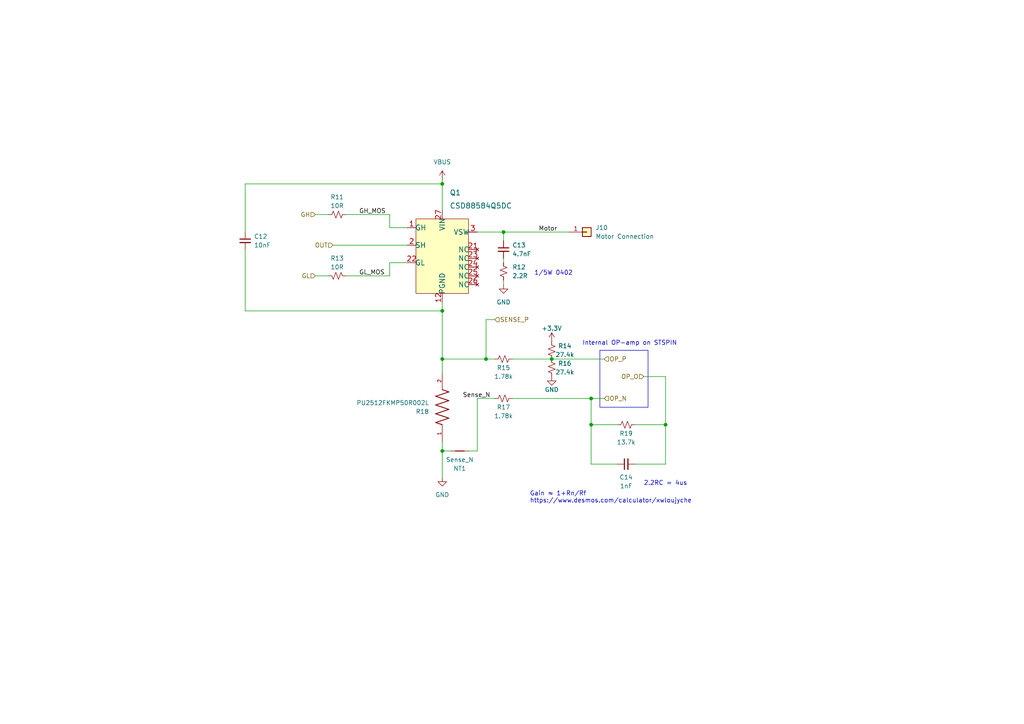
<source format=kicad_sch>
(kicad_sch (version 20230121) (generator eeschema)
  (paper "A4")
  (title_block (title "Ø32 BLDC Motor Controller") (date "2023-12-26") (rev "3") (company "Christopher Xu"))
  (lib_symbols
    (symbol "Connector_Generic:Conn_01x01" (pin_names (offset 1.016) hide)
      (property "Reference" "J" (at 0 2.54 0))
      (property "Value" "Conn_01x01" (at 0 -2.54 0))
      (symbol "Conn_01x01_1_1"
        (rectangle (start -1.27 0.127) (end 0 -0.127) (stroke (width 0.1524)))
        (rectangle (start -1.27 1.27) (end 1.27 -1.27) (stroke (width 0.254)) (fill (type background)))
        (pin passive line (at -5.08 0 0) (length 3.81) (name "Pin_1") (number "1"))
      )
    )
    (symbol "Device:C_Small" (pin_numbers hide) (pin_names (offset 0.254) hide)
      (property "Reference" "C" (at 0.254 1.778 0))
      (property "Value" "C_Small" (at 0.254 -2.032 0))
      (symbol "C_Small_0_1"
        (polyline (pts (xy -1.524 -0.508) (xy 1.524 -0.508)) (stroke (width 0.3302)))
        (polyline (pts (xy -1.524 0.508) (xy 1.524 0.508)) (stroke (width 0.3048)))
      )
      (symbol "C_Small_1_1"
        (pin passive line (at 0 2.54 270) (length 2.032) (name "~") (number "1"))
        (pin passive line (at 0 -2.54 90) (length 2.032) (name "~") (number "2"))
      )
    )
    (symbol "Device:NetTie_2" (pin_numbers hide) (pin_names (offset 0) hide) (in_bom no)
      (property "Reference" "NT" (at 0 1.27 0))
      (property "Value" "NetTie_2" (at 0 -1.27 0))
      (symbol "NetTie_2_0_1"
        (polyline (pts (xy -1.27 0) (xy 1.27 0)) (stroke (width 0.254)))
      )
      (symbol "NetTie_2_1_1"
        (pin passive line (at -2.54 0 0) (length 2.54) (name "1") (number "1"))
        (pin passive line (at 2.54 0 180) (length 2.54) (name "2") (number "2"))
      )
    )
    (symbol "Device:R_Small_US" (pin_numbers hide) (pin_names (offset 0.254) hide)
      (property "Reference" "R" (at 0.762 0.508 0))
      (property "Value" "R_Small_US" (at 0.762 -1.016 0))
      (symbol "R_Small_US_1_1"
        (polyline (pts (xy 0 0) (xy 1.016 -0.381) (xy 0 -0.762) (xy -1.016 -1.143) (xy 0 -1.524)))
        (polyline (pts (xy 0 1.524) (xy 1.016 1.143) (xy 0 0.762) (xy -1.016 0.381) (xy 0 0)))
        (pin passive line (at 0 2.54 270) (length 1.016) (name "~") (number "1"))
        (pin passive line (at 0 -2.54 90) (length 1.016) (name "~") (number "2"))
      )
    )
    (symbol "O32controller:CSD88584Q5DCT" (pin_names (offset -0.254))
      (property "Reference" "Q" (at 0 0 0))
      (property "Value" "CSD88584Q5DCT" (at 0 -31.75 0))
      (property "Datasheet" "https://www.ti.com/lit/ds/symlink/csd88584q5dc.pdf" (at 0 -35.56 0))
      (symbol "CSD88584Q5DCT_0_1"
        (rectangle (start -7.62 7.62) (end 7.62 -13.97) (fill (type background)))
      )
      (symbol "CSD88584Q5DCT_1_1"
        (pin input line (at -10.16 5.08 0) (length 2.54) (name "GH") (number "1"))
        (pin power_out line (at 0 -16.51 90) (length 2.54) (name "PGND") (number "12"))
        (pin output line (at -10.16 0 0) (length 2.54) (name "SH") (number "2"))
        (pin no_connect line (at 10.16 -1.27 180) (length 2.54) (name "NC") (number "21"))
        (pin input line (at -10.16 -5.08 0) (length 2.54) (name "GL") (number "22"))
        (pin no_connect line (at 10.16 -3.81 180) (length 2.54) (name "NC") (number "23"))
        (pin no_connect line (at 10.16 -6.35 180) (length 2.54) (name "NC") (number "24"))
        (pin no_connect line (at 10.16 -8.89 180) (length 2.54) (name "NC") (number "25"))
        (pin no_connect line (at 10.16 -11.43 180) (length 2.54) (name "NC") (number "26"))
        (pin power_in line (at 0 10.16 270) (length 2.54) (name "VIN") (number "27"))
        (pin output line (at 10.16 3.81 180) (length 2.54) (name "VSW") (number "3"))
      )
    )
    (symbol "O32controller:WFCP06124L000FE66" (pin_names (offset 1.016))
      (property "Reference" "R" (at -7.6244 2.5415 0))
      (property "Value" "WFCP06124L000FE66" (at -7.63 -5.0866 0))
      (symbol "WFCP06124L000FE66_0_0"
        (polyline (pts (xy -5.08 0) (xy -4.445 1.905)) (stroke (width 0.254)))
        (polyline (pts (xy -4.445 1.905) (xy -3.175 -1.905)) (stroke (width 0.254)))
        (polyline (pts (xy -3.175 -1.905) (xy -1.905 1.905)) (stroke (width 0.254)))
        (polyline (pts (xy -1.905 1.905) (xy -0.635 -1.905)) (stroke (width 0.254)))
        (polyline (pts (xy -0.635 -1.905) (xy 0.635 1.905)) (stroke (width 0.254)))
        (polyline (pts (xy 0.635 1.905) (xy 1.905 -1.905)) (stroke (width 0.254)))
        (polyline (pts (xy 1.905 -1.905) (xy 3.175 1.905)) (stroke (width 0.254)))
        (polyline (pts (xy 3.175 1.905) (xy 4.445 -1.905)) (stroke (width 0.254)))
        (polyline (pts (xy 4.445 -1.905) (xy 5.08 0)) (stroke (width 0.254)))
        (pin passive line (at -10.16 0 0) (length 5.08) (name "~") (number "1"))
        (pin passive line (at 10.16 0 180) (length 5.08) (name "~") (number "2"))
      )
    )
    (symbol "power:+3.3V" (power) (pin_names (offset 0))
      (property "Value" "+3.3V" (at 0 3.556 0))
      (symbol "+3.3V_0_1"
        (polyline (pts (xy -0.762 1.27) (xy 0 2.54)))
        (polyline (pts (xy 0 0) (xy 0 2.54)))
        (polyline (pts (xy 0 2.54) (xy 0.762 1.27)))
      )
      (symbol "+3.3V_1_1"
        (pin power_in line (at 0 0 90) (length 0) hide (name "+3.3V") (number "1"))
      )
    )
    (symbol "power:GND" (power) (pin_names (offset 0))
      (property "Value" "GND" (at 0 -3.81 0))
      (symbol "GND_0_1"
        (polyline (pts (xy 0 0) (xy 0 -1.27) (xy 1.27 -1.27) (xy 0 -2.54) (xy -1.27 -1.27) (xy 0 -1.27)))
      )
      (symbol "GND_1_1"
        (pin power_in line (at 0 0 270) (length 0) hide (name "GND") (number "1"))
      )
    )
    (symbol "power:VBUS" (power) (pin_names (offset 0))
      (property "Value" "VBUS" (at 0 3.81 0))
      (symbol "VBUS_0_1"
        (polyline (pts (xy -0.762 1.27) (xy 0 2.54)))
        (polyline (pts (xy 0 0) (xy 0 2.54)))
        (polyline (pts (xy 0 2.54) (xy 0.762 1.27)))
      )
      (symbol "VBUS_1_1"
        (pin power_in line (at 0 0 90) (length 0) hide (name "VBUS") (number "1"))
      )
    )
  )
  (junction (at 128.27 104.14))
  (junction (at 171.45 115.57))
  (junction (at 128.27 90.17))
  (junction (at 171.45 123.19))
  (junction (at 140.97 104.14))
  (junction (at 146.05 67.31))
  (junction (at 128.27 130.81))
  (junction (at 160.02 104.14))
  (junction (at 193.04 123.19))
  (junction (at 128.27 53.34))
  (wire (pts (xy 148.59 115.57) (xy 171.45 115.57)))
  (wire (pts (xy 179.07 123.19) (xy 171.45 123.19)))
  (wire (pts (xy 138.43 67.31) (xy 146.05 67.31)))
  (wire (pts (xy 193.04 134.62) (xy 193.04 123.19)))
  (wire (pts (xy 128.27 90.17) (xy 128.27 104.14)))
  (wire (pts (xy 184.15 134.62) (xy 193.04 134.62)))
  (wire (pts (xy 171.45 115.57) (xy 171.45 123.19)))
  (wire (pts (xy 140.97 104.14) (xy 143.51 104.14)))
  (wire (pts (xy 128.27 128.27) (xy 128.27 130.81)))
  (wire (pts (xy 184.15 123.19) (xy 193.04 123.19)))
  (polyline (pts (xy 173.99 101.6) (xy 187.96 101.6)))
  (wire (pts (xy 138.43 115.57) (xy 138.43 130.81)))
  (wire (pts (xy 148.59 104.14) (xy 160.02 104.14)))
  (wire (pts (xy 128.27 53.34) (xy 128.27 60.96)))
  (wire (pts (xy 113.03 76.2) (xy 113.03 80.01)))
  (wire (pts (xy 128.27 130.81) (xy 128.27 138.43)))
  (wire (pts (xy 171.45 134.62) (xy 171.45 123.19)))
  (wire (pts (xy 146.05 67.31) (xy 165.1 67.31)))
  (wire (pts (xy 118.11 76.2) (xy 113.03 76.2)))
  (wire (pts (xy 171.45 115.57) (xy 175.26 115.57)))
  (wire (pts (xy 113.03 80.01) (xy 100.33 80.01)))
  (wire (pts (xy 193.04 109.22) (xy 193.04 123.19)))
  (wire (pts (xy 128.27 52.07) (xy 128.27 53.34)))
  (wire (pts (xy 140.97 92.71) (xy 140.97 104.14)))
  (wire (pts (xy 71.12 90.17) (xy 71.12 72.39)))
  (wire (pts (xy 160.02 104.14) (xy 175.26 104.14)))
  (wire (pts (xy 118.11 66.04) (xy 113.03 66.04)))
  (wire (pts (xy 91.44 80.01) (xy 95.25 80.01)))
  (wire (pts (xy 143.51 92.71) (xy 140.97 92.71)))
  (wire (pts (xy 71.12 67.31) (xy 71.12 53.34)))
  (wire (pts (xy 128.27 130.81) (xy 130.81 130.81)))
  (wire (pts (xy 146.05 74.93) (xy 146.05 76.2)))
  (wire (pts (xy 113.03 66.04) (xy 113.03 62.23)))
  (polyline (pts (xy 173.99 101.6) (xy 173.99 118.11)))
  (wire (pts (xy 179.07 134.62) (xy 171.45 134.62)))
  (wire (pts (xy 138.43 115.57) (xy 143.51 115.57)))
  (wire (pts (xy 96.5754 71.12) (xy 118.11 71.12)))
  (wire (pts (xy 146.05 82.55) (xy 146.05 81.28)))
  (wire (pts (xy 193.04 109.22) (xy 186.69 109.22)))
  (wire (pts (xy 128.27 87.63) (xy 128.27 90.17)))
  (polyline (pts (xy 187.96 118.11) (xy 187.96 101.6)))
  (wire (pts (xy 128.27 104.14) (xy 128.27 107.95)))
  (wire (pts (xy 91.44 62.23) (xy 95.25 62.23)))
  (wire (pts (xy 128.27 90.17) (xy 71.12 90.17)))
  (wire (pts (xy 128.27 104.14) (xy 140.97 104.14)))
  (polyline (pts (xy 173.99 118.11) (xy 187.96 118.11)))
  (wire (pts (xy 138.43 130.81) (xy 135.89 130.81)))
  (wire (pts (xy 71.12 53.34) (xy 128.27 53.34)))
  (wire (pts (xy 100.33 62.23) (xy 113.03 62.23)))
  (wire (pts (xy 146.05 69.85) (xy 146.05 67.31)))
  (text "Internal OP-amp on STSPIN" (at 168.91 100.33 0) (effects (font (size 1.27 1.27)) (justify left bottom)))
  (text "2.2RC = 4us" (at 186.69 140.97 0) (effects (font (size 1.27 1.27)) (justify left bottom)))
  (text "Gain ≈ 1+Rn/Rf\nhttps://www.desmos.com/calculator/xwloujyche" (at 153.67 146.05 0) (effects (font (size 1.27 1.27)) (justify left bottom)))
  (text "1/5W 0402\n" (at 154.94 80.01 0) (effects (font (size 1.27 1.27)) (justify left bottom)))
  (label "Sense_N" (at 142.24 115.57 180))
  (label "Motor" (at 156.21 67.31 0))
  (label "GL_MOS" (at 104.14 80.01 0))
  (label "GH_MOS" (at 104.14 62.23 0))
  (hierarchical_label "GL" (shape input) (at 91.44 80.01 180))
  (hierarchical_label "OP_P" (shape input) (at 175.26 104.14 0))
  (hierarchical_label "OP_O" (shape input) (at 186.69 109.22 180))
  (hierarchical_label "OP_N" (shape input) (at 175.26 115.57 0))
  (hierarchical_label "SENSE_P" (shape input) (at 143.51 92.71 0))
  (hierarchical_label "GH" (shape input) (at 91.44 62.23 180))
  (hierarchical_label "OUT" (shape input) (at 96.5754 71.12 180))
  (symbol (lib_id "Device:R_Small_US") (at 146.05 104.14 90) (unit 1)
    (property "Reference" "R15" (at 146.05 106.68 90))
    (property "Value" "1.78k" (at 146.05 109.22 90))
    (property "Footprint" "Resistor_SMD:R_0402_1005Metric" (effects hide))
    (property "Vendor" "LCSC" (effects hide))
    (property "Vendor#" "C185450" (effects hide))
    (property "MPN" "RC0402FR-071K78L " (effects hide))
    (instances (project "O32controller" (path "" (reference "R15") (unit 1)) (path "" (reference "R24") (unit 1)) (path "" (reference "R33") (unit 1))))
  )
  (symbol (lib_id "Device:R_Small_US") (at 97.79 80.01 270) (mirror x) (unit 1)
    (property "Reference" "R13" (at 97.79 74.93 90))
    (property "Value" "10R" (at 97.79 77.47 90))
    (property "Footprint" "Resistor_SMD:R_0402_1005Metric" (effects hide))
    (property "Vendor" "LCSC" (effects hide))
    (property "Vendor#" "C854481" (effects hide))
    (property "MPN" "SR0402FR-7T10RL" (effects hide))
    (instances (project "O32controller" (path "" (reference "R13") (unit 1)) (path "" (reference "R22") (unit 1)) (path "" (reference "R31") (unit 1))))
  )
  (symbol (lib_id "power:VBUS") (at 128.27 52.07 0) (unit 1)
    (property "Reference" "#PWR037" (effects hide))
    (property "Value" "VBUS" (at 128.27 46.99 0))
    (instances (project "O32controller" (path "" (reference "#PWR037") (unit 1)) (path "" (reference "#PWR042") (unit 1)) (path "" (reference "#PWR047") (unit 1))))
  )
  (symbol (lib_id "Device:R_Small_US") (at 146.05 78.74 0) (unit 1)
    (property "Reference" "R12" (at 148.59 77.47 0) (effects (justify left)))
    (property "Value" "2.2R" (at 148.59 80.01 0) (effects (justify left)))
    (property "Footprint" "Resistor_SMD:R_0402_1005Metric" (effects hide))
    (property "Vendor" "LCSC" (effects hide))
    (property "Vendor#" "C2079158" (effects hide))
    (property "MPN" "CRCW04022R20JNEDHP" (effects hide))
    (instances (project "O32controller" (path "" (reference "R12") (unit 1)) (path "" (reference "R21") (unit 1)) (path "" (reference "R30") (unit 1))))
  )
  (symbol (lib_id "power:GND") (at 128.27 138.43 0) (unit 1)
    (property "Reference" "#PWR041" (effects hide))
    (property "Value" "GND" (at 128.27 143.51 0))
    (instances (project "O32controller" (path "" (reference "#PWR041") (unit 1)) (path "" (reference "#PWR046") (unit 1)) (path "" (reference "#PWR051") (unit 1))))
  )
  (symbol (lib_id "Device:NetTie_2") (at 133.35 130.81 180) (unit 1) (in_bom no)
    (property "Reference" "NT1" (at 133.35 135.89 0))
    (property "Value" "Sense_N" (at 133.35 133.35 0))
    (property "Footprint" "O32controller:NetTie-2_SMD_Pad0.25mm" (effects hide))
    (instances (project "O32controller" (path "" (reference "NT1") (unit 1)) (path "" (reference "NT2") (unit 1)) (path "" (reference "NT3") (unit 1))))
  )
  (symbol (lib_id "Device:C_Small") (at 146.05 72.39 0) (unit 1)
    (property "Reference" "C13" (at 148.59 71.12 0) (effects (justify left)))
    (property "Value" "4.7nF" (at 148.59 73.6662 0) (effects (justify left)))
    (property "Footprint" "Capacitor_SMD:C_0402_1005Metric" (effects hide))
    (property "Vendor" "LCSC" (effects hide))
    (property "Vendor#" "C415704" (effects hide))
    (property "MPN" "GRM155R72A472KA01D" (effects hide))
    (instances (project "O32controller" (path "" (reference "C13") (unit 1)) (path "" (reference "C16") (unit 1)) (path "" (reference "C19") (unit 1))))
  )
  (symbol (lib_id "power:+3.3V") (at 160.02 99.06 0) (unit 1)
    (property "Reference" "#PWR039" (effects hide))
    (property "Value" "+3.3V" (at 160.02 95.25 0))
    (instances (project "O32controller" (path "" (reference "#PWR039") (unit 1)) (path "" (reference "#PWR044") (unit 1)) (path "" (reference "#PWR049") (unit 1))))
  )
  (symbol (lib_id "Device:C_Small") (at 71.12 69.85 0) (unit 1)
    (property "Reference" "C12" (at 73.66 68.5862 0) (effects (justify left)))
    (property "Value" "10nF" (at 73.66 71.1262 0) (effects (justify left)))
    (property "Footprint" "Capacitor_SMD:C_0402_1005Metric" (effects hide))
    (property "Vendor" "LCSC" (effects hide))
    (property "Vendor#" "C15195" (effects hide))
    (property "MPN" "CL05B103KB5NNNC" (effects hide))
    (instances (project "O32controller" (path "" (reference "C12") (unit 1)) (path "" (reference "C15") (unit 1)) (path "" (reference "C18") (unit 1))))
  )
  (symbol (lib_id "Device:R_Small_US") (at 160.02 101.6 180) (unit 1)
    (property "Reference" "R14" (at 163.83 100.33 0))
    (property "Value" "27.4k" (at 163.83 102.87 0))
    (property "Footprint" "Resistor_SMD:R_0402_1005Metric" (effects hide))
    (property "Vendor" "LCSC" (effects hide))
    (property "Vendor#" "C273730" (effects hide))
    (property "MPN" "RC0402FR-0727K4L " (effects hide))
    (instances (project "O32controller" (path "" (reference "R14") (unit 1)) (path "" (reference "R23") (unit 1)) (path "" (reference "R32") (unit 1))))
  )
  (symbol (lib_id "Device:R_Small_US") (at 160.02 106.68 180) (unit 1)
    (property "Reference" "R16" (at 163.83 105.41 0))
    (property "Value" "27.4k" (at 163.83 107.95 0))
    (property "Footprint" "Resistor_SMD:R_0402_1005Metric" (effects hide))
    (property "Vendor" "LCSC" (effects hide))
    (property "Vendor#" "C273730" (effects hide))
    (property "MPN" "RC0402FR-0727K4L " (effects hide))
    (instances (project "O32controller" (path "" (reference "R16") (unit 1)) (path "" (reference "R25") (unit 1)) (path "" (reference "R34") (unit 1))))
  )
  (symbol (lib_id "Device:R_Small_US") (at 181.61 123.19 90) (unit 1)
    (property "Reference" "R19" (at 181.61 125.73 90))
    (property "Value" "13.7k" (at 181.61 128.27 90))
    (property "Footprint" "Resistor_SMD:R_0402_1005Metric" (effects hide))
    (property "Vendor" "LCSC" (effects hide))
    (property "Vendor#" "C274888" (effects hide))
    (property "MPN" "RC0402FR-0713K7L " (effects hide))
    (instances (project "O32controller" (path "" (reference "R19") (unit 1)) (path "" (reference "R28") (unit 1)) (path "" (reference "R37") (unit 1))))
  )
  (symbol (lib_id "power:GND") (at 146.05 82.55 0) (unit 1)
    (property "Reference" "#PWR038" (effects hide))
    (property "Value" "GND" (at 146.05 87.63 0))
    (instances (project "O32controller" (path "" (reference "#PWR038") (unit 1)) (path "" (reference "#PWR043") (unit 1)) (path "" (reference "#PWR048") (unit 1))))
  )
  (symbol (lib_id "Connector_Generic:Conn_01x01") (at 170.18 67.31 0) (unit 1) (in_bom no)
    (property "Reference" "J10" (at 172.72 66.0399 0) (effects (justify left)))
    (property "Value" "Motor Connection" (at 172.72 68.5799 0) (effects (justify left)))
    (property "Footprint" "O32controller:SolderWire-Actual_1x01_D1.7mm_OD_2.75mm" (effects hide))
    (instances (project "O32controller" (path "" (reference "J10") (unit 1)) (path "" (reference "J11") (unit 1)) (path "" (reference "J12") (unit 1))))
  )
  (symbol (lib_id "Device:C_Small") (at 181.61 134.62 90) (unit 1)
    (property "Reference" "C14" (at 181.61 138.43 90))
    (property "Value" "1nF" (at 181.61 140.97 90))
    (property "Footprint" "Capacitor_SMD:C_0402_1005Metric" (effects hide))
    (property "Vendor" "LCSC" (effects hide))
    (property "Vendor#" "C527029" (effects hide))
    (property "MPN" "CC0402MRX7R9BB102" (effects hide))
    (instances (project "O32controller" (path "" (reference "C14") (unit 1)) (path "" (reference "C17") (unit 1)) (path "" (reference "C20") (unit 1))))
  )
  (symbol (lib_id "O32controller:CSD88584Q5DCT") (at 128.27 71.12 0) (unit 1)
    (property "Reference" "Q1" (at 130.4151 55.88 0) (effects (font (size 1.524 1.524)) (justify left)))
    (property "Value" "CSD88584Q5DC" (at 130.4151 59.69 0) (effects (font (size 1.524 1.524)) (justify left)))
    (property "Footprint" "O32controller:CSD88584Q5DCT" (effects hide))
    (property "Datasheet" "https://www.ti.com/lit/ds/symlink/csd88584q5dc.pdf" (effects hide))
    (property "Vendor" "Digikey" (effects hide))
    (property "Vendor#" "296-48904-1-ND" (effects hide))
    (property "MPN" "CSD88584Q5DC" (effects hide))
    (instances (project "O32controller" (path "" (reference "Q1") (unit 1)) (path "" (reference "Q2") (unit 1)) (path "" (reference "Q3") (unit 1))))
  )
  (symbol (lib_id "O32controller:WFCP06124L000FE66") (at 128.27 118.11 90) (unit 1)
    (property "Reference" "R18" (at 124.46 119.3801 90) (effects (justify left)))
    (property "Value" "PU2512FKMP50R002L" (at 124.46 116.8401 90) (effects (justify left)))
    (property "Footprint" "O32controller:R_Shunt_2512_6332Metric" (effects hide))
    (property "Datasheet" "https://datasheet.lcsc.com/lcsc/2304140030_YAGEO-PU2512FKMP50R002L_C2090861.pdf" (effects hide))
    (property "Vendor" "LCSC" (effects hide))
    (property "Vendor#" "C2090861" (effects hide))
    (property "MPN" "PU2512FKMP50R002L" (effects hide))
    (instances (project "O32controller" (path "" (reference "R18") (unit 1)) (path "" (reference "R27") (unit 1)) (path "" (reference "R36") (unit 1))))
  )
  (symbol (lib_id "Device:R_Small_US") (at 97.79 62.23 90) (unit 1)
    (property "Reference" "R11" (at 97.79 57.15 90))
    (property "Value" "10R" (at 97.79 59.69 90))
    (property "Footprint" "Resistor_SMD:R_0402_1005Metric" (effects hide))
    (property "Vendor" "LCSC" (effects hide))
    (property "Vendor#" "C854481" (effects hide))
    (property "MPN" "SR0402FR-7T10RL" (effects hide))
    (instances (project "O32controller" (path "" (reference "R11") (unit 1)) (path "" (reference "R20") (unit 1)) (path "" (reference "R29") (unit 1))))
  )
  (symbol (lib_id "power:GND") (at 160.02 109.22 0) (unit 1)
    (property "Reference" "#PWR040" (effects hide))
    (property "Value" "GND" (at 160.02 113.03 0))
    (instances (project "O32controller" (path "" (reference "#PWR040") (unit 1)) (path "" (reference "#PWR045") (unit 1)) (path "" (reference "#PWR050") (unit 1))))
  )
  (symbol (lib_id "Device:R_Small_US") (at 146.05 115.57 90) (unit 1)
    (property "Reference" "R17" (at 146.05 118.11 90))
    (property "Value" "1.78k" (at 146.05 120.65 90))
    (property "Footprint" "Resistor_SMD:R_0402_1005Metric" (effects hide))
    (property "Vendor" "LCSC" (effects hide))
    (property "Vendor#" "C185450" (effects hide))
    (property "MPN" "RC0402FR-071K78L " (effects hide))
    (instances (project "O32controller" (path "" (reference "R17") (unit 1)) (path "" (reference "R26") (unit 1)) (path "" (reference "R35") (unit 1))))
  )
)
</source>
